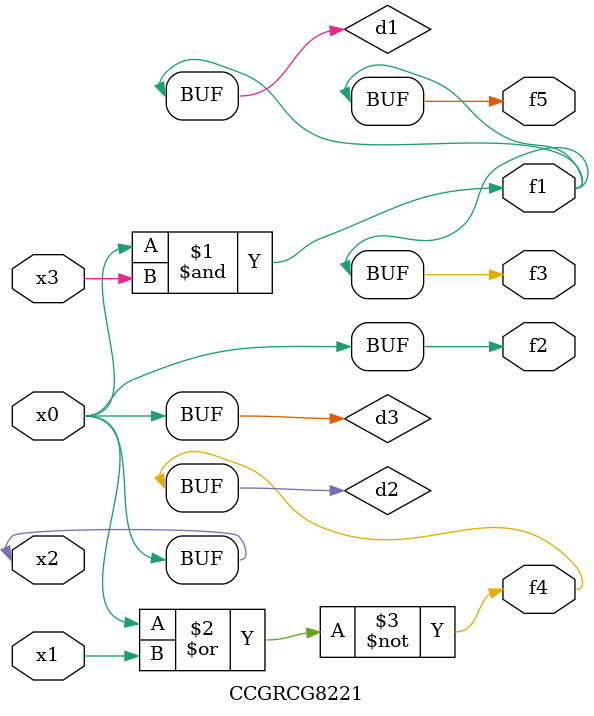
<source format=v>
module CCGRCG8221(
	input x0, x1, x2, x3,
	output f1, f2, f3, f4, f5
);

	wire d1, d2, d3;

	and (d1, x2, x3);
	nor (d2, x0, x1);
	buf (d3, x0, x2);
	assign f1 = d1;
	assign f2 = d3;
	assign f3 = d1;
	assign f4 = d2;
	assign f5 = d1;
endmodule

</source>
